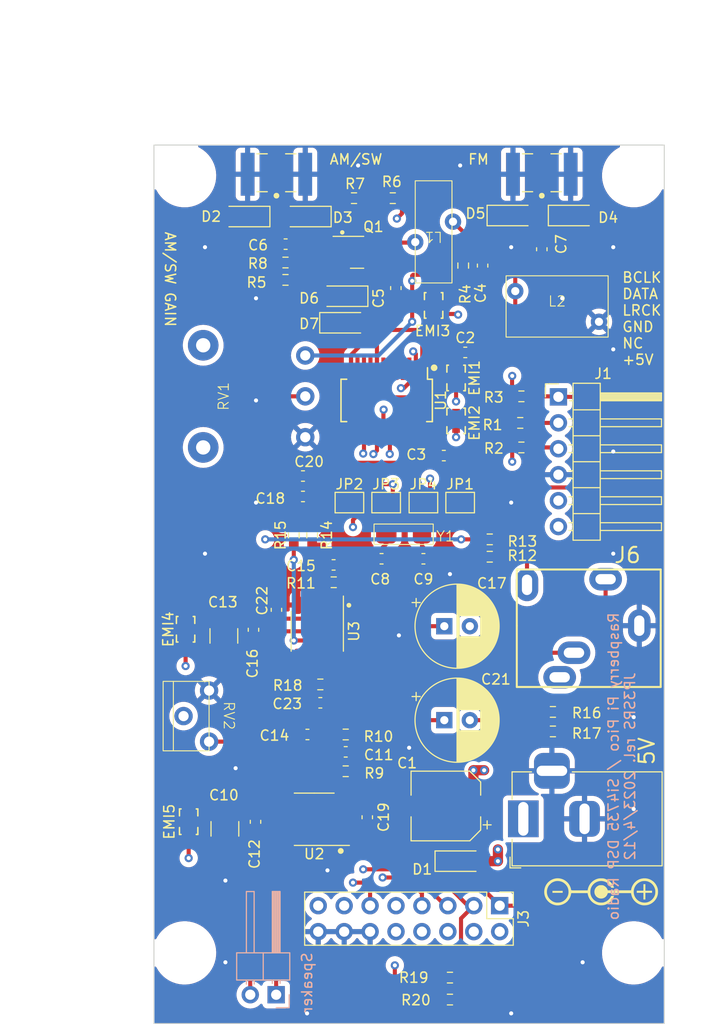
<source format=kicad_pcb>
(kicad_pcb (version 20221018) (generator pcbnew)
  (layers (0 "F.Cu" signal) (1 "In1.Cu" signal) (2 "In2.Cu" signal) (31 "B.Cu" signal) (34 "B.Paste" user) (35 "F.Paste" user) (36 "B.SilkS" user "B.Silkscreen") (37 "F.SilkS" user "F.Silkscreen") (38 "B.Mask" user) (39 "F.Mask" user) (44 "Edge.Cuts" user))
  (net 0 "")
  (net 1 "VSYS")
  (net 2 "GND")
  (net 3 "3V3")
  (net 4 "Net-(U1-DBYP)")
  (net 5 "Net-(C4-Pad2)")
  (net 6 "Net-(D6-K)")
  (net 7 "Net-(Q1-D)")
  (net 8 "Net-(Q1-G1)")
  (net 9 "Net-(D2-K)")
  (net 10 "Net-(U1-FMI)")
  (net 11 "Net-(D4-K)")
  (net 12 "Net-(JP3-A)")
  (net 13 "Net-(JP4-A)")
  (net 14 "Net-(U2-IN)")
  (net 15 "Net-(U2-VO+)")
  (net 16 "Net-(U1-VD)")
  (net 17 "Net-(C14-Pad1)")
  (net 18 "Net-(C14-Pad2)")
  (net 19 "Net-(U3-IN1-)")
  (net 20 "Net-(U3-VO1)")
  (net 21 "Net-(C17-Pad2)")
  (net 22 "LOUT")
  (net 23 "Net-(C18-Pad2)")
  (net 24 "Net-(U2-BYPASS)")
  (net 25 "ROUT")
  (net 26 "Net-(C20-Pad2)")
  (net 27 "Net-(U3-VO2)")
  (net 28 "Net-(C21-Pad2)")
  (net 29 "Net-(U3-BYPASS)")
  (net 30 "Net-(U3-IN2-)")
  (net 31 "Net-(D1-A)")
  (net 32 "Net-(EMI3-Pad3)")
  (net 33 "Net-(J1-Pin_1)")
  (net 34 "Net-(J1-Pin_2)")
  (net 35 "Net-(J1-Pin_3)")
  (net 37 "/GP27")
  (net 38 "/GP28")
  (net 39 "/GP26")
  (net 40 "/GP22")
  (net 41 "/GP21")
  (net 42 "/GP20")
  (net 43 "/GP6")
  (net 44 "/GP5")
  (net 45 "/GP4")
  (net 46 "Net-(J6-PadRN)")
  (net 47 "Net-(J6-PadTN)")
  (net 48 "Net-(JP1-A)")
  (net 49 "Net-(JP2-A)")
  (net 50 "Net-(U2-VO-)")
  (net 51 "Net-(Q1-G2)")
  (net 52 "Net-(U1-DOUT)")
  (net 53 "Net-(R5-Pad1)")
  (net 54 "Net-(R12-Pad2)")
  (net 61 "Net-(U1-VA)")
  (net 62 "Net-(U2-VDD)")
  (net 63 "Net-(U3-VDD)")
  (footprint "Capacitor_SMD:C_0603_1608Metric_Pad1.08x0.95mm_HandSolder" (layer "F.Cu") (at 125 102.5 90)
    (fp_text reference "C22")
    (fp_text value "1uF")
  )
  (footprint "Capacitor_SMD:C_0603_1608Metric_Pad1.08x0.95mm_HandSolder" (layer "F.Cu") (at 122.75 104.45 90)
    (fp_text reference "C16")
    (fp_text value "0.1uF")
  )
  (footprint "_localFootprint:SSOP-24_3.9x8.7mm_P0.635mm" (layer "F.Cu") (at 135.8 82 -90)
    (fp_text reference "U1")
    (fp_text value "Si4735-D60-GU")
  )
  (footprint "_localFootprint:YFF18PC" (layer "F.Cu") (at 116.1 104.4 90)
    (fp_text reference "EMI4")
    (fp_text value "4.7uF/6.3V")
  )
  (footprint "Resistor_SMD:R_0603_1608Metric_Pad0.98x0.95mm_HandSolder" (layer "F.Cu") (at 128.5 95.2 -90)
    (fp_text reference "R14")
    (fp_text value "10k")
  )
  (footprint "_localFootprint:YFF18PC" (layer "F.Cu") (at 142.6 84 90)
    (fp_text reference "EMI2")
    (fp_text value "4.7uF/6.3V")
  )
  (footprint "Diode_SMD:D_SOD-123" (layer "F.Cu") (at 142.9 127.1)
    (fp_text reference "D1")
    (fp_text value "1N5819HW")
  )
  (footprint "Package_SO:SO-8_3.9x4.9mm_P1.27mm" (layer "F.Cu") (at 129 104.6 -90)
    (fp_text reference "U3")
    (fp_text value "TPA6111A2DR")
  )
  (footprint "Capacitor_SMD:C_0603_1608Metric_Pad1.08x0.95mm_HandSolder" (layer "F.Cu") (at 151 67.2 90)
    (fp_text reference "C7")
    (fp_text value "1000pF")
  )
  (footprint "Capacitor_SMD:C_1210_3225Metric_Pad1.33x2.70mm_HandSolder" (layer "F.Cu") (at 119.95 123.9375 90)
    (fp_text reference "C10")
    (fp_text value "47uF")
  )
  (footprint "Diode_SMD:D_SOD-123" (layer "F.Cu") (at 128 64 180)
    (fp_text reference "D3")
    (fp_text value "1N4148W")
  )
  (footprint "Capacitor_SMD:C_0603_1608Metric_Pad1.08x0.95mm_HandSolder" (layer "F.Cu") (at 127.6 91.4 180)
    (fp_text reference "C18")
    (fp_text value "1uF")
  )
  (footprint "_localFootprint:MountingHole_3.2mm_M3" (layer "F.Cu") (at 116 136.08)
    (fp_text reference "H4" hide)
    (fp_text value "MountingHole")
  )
  (footprint "_localFootprint:MountingHole_3.2mm_M3" (layer "F.Cu") (at 116 60)
    (fp_text reference "H2" hide)
    (fp_text value "MountingHole")
  )
  (footprint "Resistor_SMD:R_0603_1608Metric_Pad0.98x0.95mm_HandSolder" (layer "F.Cu") (at 149 86.6)
    (fp_text reference "R2")
    (fp_text value "2k")
  )
  (footprint "_localFootprint:MountingHole_3.2mm_M3" (layer "F.Cu") (at 160 136.08)
    (fp_text reference "H3" hide)
    (fp_text value "MountingHole")
  )
  (footprint "Jumper:SolderJumper-2_P1.3mm_Open_Pad1.0x1.5mm" (layer "F.Cu") (at 135.75 92)
    (fp_text reference "JP3")
    (fp_text value "XTAL")
  )
  (footprint "Capacitor_SMD:C_0603_1608Metric_Pad1.08x0.95mm_HandSolder" (layer "F.Cu") (at 135.3 97.5)
    (fp_text reference "C8")
    (fp_text value "12pF")
  )
  (footprint "Connector_PinHeader_2.54mm:PinHeader_2x08_P2.54mm_Vertical" (layer "F.Cu") (at 146.875 131.46 -90)
    (fp_text reference "J3")
    (fp_text value "Conn_02x08_Odd_Even")
  )
  (footprint "Capacitor_SMD:C_0603_1608Metric_Pad1.08x0.95mm_HandSolder" (layer "F.Cu") (at 129.3 111.6)
    (fp_text reference "C23")
    (fp_text value "10p")
  )
  (footprint "Resistor_SMD:R_0603_1608Metric_Pad0.98x0.95mm_HandSolder" (layer "F.Cu") (at 142 140.65)
    (fp_text reference "R20")
    (fp_text value "10k")
  )
  (footprint "Resistor_SMD:R_0603_1608Metric_Pad0.98x0.95mm_HandSolder" (layer "F.Cu") (at 145.9 95.6 180)
    (fp_text reference "R13")
    (fp_text value "1k")
  )
  (footprint "Diode_SMD:D_SOD-123" (layer "F.Cu") (at 148 63.9)
    (fp_text reference "D5")
    (fp_text value "1N4148W")
  )
  (footprint "Resistor_SMD:R_0603_1608Metric_Pad0.98x0.95mm_HandSolder" (layer "F.Cu") (at 152.0875 112.49)
    (fp_text reference "R16")
    (fp_text value "100k")
  )
  (footprint "_localFootprint:MJ-179PH" (layer "F.Cu") (at 162.7875 123.0075 180)
    (fp_text reference "J2" hide)
    (fp_text value "5V")
  )
  (footprint "Capacitor_SMD:C_0603_1608Metric_Pad1.08x0.95mm_HandSolder" (layer "F.Cu") (at 141.4 87.4 180)
    (fp_text reference "C3")
    (fp_text value "0.022uF")
  )
  (footprint "_localFootprint:3306W" (layer "F.Cu") (at 118.4 112.9 -90)
    (fp_text reference "RV2")
    (fp_text value "10k")
  )
  (footprint "Capacitor_SMD:C_0603_1608Metric_Pad1.08x0.95mm_HandSolder" (layer "F.Cu") (at 136.7 71 90)
    (fp_text reference "C5")
    (fp_text value "0.47uF")
  )
  (footprint "_localFootprint:L2" (layer "F.Cu") (at 152.5 72.8)
    (fp_text reference "L2")
    (fp_text value "270nH")
  )
  (footprint "Diode_SMD:D_SOD-123" (layer "F.Cu") (at 154 63.9)
    (fp_text reference "D4")
    (fp_text value "1N4148W")
  )
  (footprint "Capacitor_SMD:C_0603_1608Metric_Pad1.08x0.95mm_HandSolder" (layer "F.Cu") (at 130.6 98.1)
    (fp_text reference "C15")
    (fp_text value "10p")
  )
  (footprint "_localFootprint:centerPlus" (layer "F.Cu") (at 156.9 130.2)
    (fp_text reference "G***")
    (fp_text value "LOGO" hide)
  )
  (footprint "Connector_PinHeader_2.54mm:PinHeader_1x06_P2.54mm_Horizontal" (layer "F.Cu") (at 152.625 81.65)
    (fp_text reference "J1")
    (fp_text value "I2SOUT")
  )
  (footprint "Jumper:SolderJumper-2_P1.3mm_Open_Pad1.0x1.5mm" (layer "F.Cu") (at 139.4 92)
    (fp_text reference "JP4")
    (fp_text value "XTAL")
  )
  (footprint "Capacitor_SMD:C_0603_1608Metric_Pad1.08x0.95mm_HandSolder" (layer "F.Cu") (at 145.2 68.8 90)
    (fp_text reference "C4")
    (fp_text value "0.01uF")
  )
  (footprint "Capacitor_SMD:CP_Elec_6.3x7.7" (layer "F.Cu") (at 141.6 121.7 180)
    (fp_text reference "C1")
    (fp_text value "100uF/25V")
  )
  (footprint "Capacitor_THT:CP_Radial_D8.0mm_P2.50mm" (layer "F.Cu") (at 141.447349 104.1)
    (fp_text reference "C17")
    (fp_text value "330uF/6.3V")
  )
  (footprint "Resistor_SMD:R_0603_1608Metric_Pad0.98x0.95mm_HandSolder" (layer "F.Cu") (at 136.4 62.2 180)
    (fp_text reference "R6")
    (fp_text value "91k")
  )
  (footprint "Diode_SMD:D_SOD-123" (layer "F.Cu") (at 131.6 74.4)
    (fp_text reference "D7")
    (fp_text value "1N4148W")
  )
  (footprint "_localFootprint:SMA-J-P-H-ST-EM1" (layer "F.Cu") (at 125 59.6575 180)
    (fp_text reference "J4" hide)
    (fp_text value "AM/SW")
  )
  (footprint "Resistor_SMD:R_0603_1608Metric_Pad0.98x0.95mm_HandSolder" (layer "F.Cu") (at 126.7 95.2 -90)
    (fp_text reference "R15")
    (fp_text value "10k")
  )
  (footprint "_localFootprint:RV100F" (layer "F.Cu") (at 120.325 81.6 90)
    (fp_text reference "RV1")
    (fp_text value "10k")
  )
  (footprint "_localFootprint:YFF18PC" (layer "F.Cu") (at 142.6 79.8 90)
    (fp_text reference "EMI1")
    (fp_text value "4.7uF/6.3V")
  )
  (footprint "Resistor_SMD:R_0603_1608Metric_Pad0.98x0.95mm_HandSolder" (layer "F.Cu") (at 131.7875 114.7)
    (fp_text reference "R10")
    (fp_text value "10k")
  )
  (footprint "Capacitor_SMD:C_0603_1608Metric_Pad1.08x0.95mm_HandSolder" (layer "F.Cu") (at 131.7875 116.4 180)
    (fp_text reference "C11")
    (fp_text value "10p")
  )
  (footprint "Capacitor_SMD:C_1210_3225Metric_Pad1.33x2.70mm_HandSolder" (layer "F.Cu") (at 119.85 105.05 90)
    (fp_text reference "C13")
    (fp_text value "47uF")
  )
  (footprint "Capacitor_THT:CP_Radial_D8.0mm_P2.50mm" (layer "F.Cu") (at 141.447349 113.3)
    (fp_text reference "C21")
    (fp_text value "330uF/6.3V")
  )
  (footprint "Resistor_SMD:R_0603_1608Metric_Pad0.98x0.95mm_HandSolder" (layer "F.Cu") (at 125.8875 68.5 180)
    (fp_text reference "R8")
    (fp_text value "100k")
  )
  (footprint "Diode_SMD:D_SOD-123" (layer "F.Cu") (at 131.6 71.8 180)
    (fp_text reference "D6")
    (fp_text value "1N4148W")
  )
  (footprint "_localFootprint:FT37" (layer "F.Cu") (at 140.4 65.5 180)
    (fp_text reference "L1")
    (fp_text value "FT37-77 12T")
  )
  (footprint "Resistor_SMD:R_0603_1608Metric_Pad0.98x0.95mm_HandSolder" (layer "F.Cu") (at 149 81.6)
    (fp_text reference "R3")
    (fp_text value "2k")
  )
  (footprint "Capacitor_SMD:C_0603_1608Metric_Pad1.08x0.95mm_HandSolder" (layer "F.Cu") (at 125.9 66.7 180)
    (fp_text reference "C6")
    (fp_text value "0.01uF")
  )
  (footprint "Capacitor_SMD:C_0603_1608Metric_Pad1.08x0.95mm_HandSolder" (layer "F.Cu") (at 128.0375 114.7)
    (fp_text reference "C14")
    (fp_text value "1uF")
  )
  (footprint "Diode_SMD:D_SOD-123" (layer "F.Cu") (at 122 64 180)
    (fp_text reference "D2")
    (fp_text value "1N4148W")
  )
  (footprint "_localFootprint:FC-135" (layer "F.Cu") (at 137.5625 95.1)
    (fp_text reference "Y1")
    (fp_text value "32.768kHz")
  )
  (footprint "Capacitor_SMD:C_0603_1608Metric_Pad1.08x0.95mm_HandSolder" (layer "F.Cu") (at 139.4 97.5 180)
    (fp_text reference "C9")
    (fp_text value "12pF")
  )
  (footprint "Resistor_SMD:R_0603_1608Metric_Pad0.98x0.95mm_HandSolder" (layer "F.Cu") (at 131.7875 118.3)
    (fp_text reference "R9")
    (fp_text value "47k")
  )
  (footprint "Resistor_SMD:R_0603_1608Metric_Pad0.98x0.95mm_HandSolder" (layer "F.Cu") (at 130.6125 99.8)
    (fp_text reference "R11")
    (fp_text value "33k")
  )
  (footprint "Capacitor_SMD:C_0603_1608Metric_Pad1.08x0.95mm_HandSolder" (layer "F.Cu") (at 122.95 123.25 90)
    (fp_text reference "C12")
    (fp_text value "0.1uF")
  )
  (footprint "Resistor_SMD:R_0603_1608Metric_Pad0.98x0.95mm_HandSolder" (layer "F.Cu") (at 143.3 68.8 90)
    (fp_text reference "R4")
    (fp_text value "10")
  )
  (footprint "_localFootprint:MountingHole_3.2mm_M3" (layer "F.Cu") (at 160 60)
    (fp_text reference "H1" hide)
    (fp_text value "MountingHole")
  )
  (footprint "Resistor_SMD:R_0603_1608Metric_Pad0.98x0.95mm_HandSolder" (layer "F.Cu") (at 132.6 62.2 180)
    (fp_text reference "R7")
    (fp_text value "39k")
  )
  (footprint "_localFootprint:SOT-143_Handsoldering" (layer "F.Cu") (at 132.9 67.5)
    (fp_text reference "Q1")
    (fp_text value "3SK291")
  )
  (footprint "Capacitor_SMD:C_0603_1608Metric_Pad1.08x0.95mm_HandSolder" (layer "F.Cu") (at 133.9 122.8 90)
    (fp_text reference "C19")
    (fp_text value "2.2uF")
  )
  (footprint "_localFootprint:YFF18PC" (layer "F.Cu") (at 140.4 72.7 90)
    (fp_text reference "EMI3")
    (fp_text value "4.7uF/6.3V")
  )
  (footprint "Resistor_SMD:R_0603_1608Metric_Pad0.98x0.95mm_HandSolder" (layer "F.Cu") (at 145.9 97.3 180)
    (fp_text reference "R12")
    (fp_text value "1k")
  )
  (footprint "_localFootprint:MJ-352W-0" (layer "F.Cu") (at 162.65 104.05 180)
    (fp_text reference "J6")
    (fp_text value "Phone OUT")
  )
  (footprint "Jumper:SolderJumper-2_P1.3mm_Open_Pad1.0x1.5mm" (layer "F.Cu") (at 143 92)
    (fp_text reference "JP1")
    (fp_text value "BCLK")
  )
  (footprint "Resistor_SMD:R_0603_1608Metric_Pad0.98x0.95mm_HandSolder" (layer "F.Cu") (at 148.8875 84.2)
    (fp_text reference "R1")
    (fp_text value "620")
  )
  (footprint "Package_SO:SO-8_3.9x4.9mm_P1.27mm" (layer "F.Cu") (at 128.7 123 180)
    (fp_text reference "U2")
    (fp_text value "TPA711DR")
  )
  (footprint "_localFootprint:SMA-J-P-H-ST-EM1" (layer "F.Cu") (at 151 59.6575 180)
    (fp_text reference "J5" hide)
    (fp_text value "FM")
  )
  (footprint "Capacitor_SMD:C_0603_1608Metric_Pad1.08x0.95mm_HandSolder" (layer "F.Cu") (at 143.5 77.3)
    (fp_text reference "C2")
    (fp_text value "0.1uF")
  )
  (footprint "Resistor_SMD:R_0603_1608Metric_Pad0.98x0.95mm_HandSolder" (layer "F.Cu") (at 125.8875 70.2)
    (fp_text reference "R5")
    (fp_text value "22k")
  )
  (footprint "Resistor_SMD:R_0603_1608Metric_Pad0.98x0.95mm_HandSolder" (layer "F.Cu") (at 142 138.5)
    (fp_text reference "R19")
    (fp_text value "10k")
  )
  (footprint "Resistor_SMD:R_0603_1608Metric_Pad0.98x0.95mm_HandSolder" (layer "F.Cu") (at 152.0875 114.4)
    (fp_text reference "R17")
    (fp_text value "100k")
  )
  (footprint "Jumper:SolderJumper-2_P1.3mm_Open_Pad1.0x1.5mm" (layer "F.Cu") (at 132.15 92)
    (fp_text reference "JP2")
    (fp_text value "RCLK")
  )
  (footprint "Capacitor_SMD:C_0603_1608Metric_Pad1.08x0.95mm_HandSolder" (layer "F.Cu") (at 127.6 89.4 180)
    (fp_text reference "C20")
    (fp_text value "1uF")
  )
  (footprint "_localFootprint:YFF18PC" (layer "F.Cu") (at 116.4 123.2375 -90)
    (fp_text reference "EMI5")
    (fp_text value "4.7uF/6.3V")
  )
  (footprint "Resistor_SMD:R_0603_1608Metric_Pad0.98x0.95mm_HandSolder" (layer "F.Cu") (at 129.3 109.8 180)
    (fp_text reference "R18")
    (fp_text value "33k")
  )
  (footprint "Connector_PinHeader_2.54mm:PinHeader_1x02_P2.54mm_Horizontal" (layer "B.Cu") (at 124.975 140.175 90)
    (fp_text reference "LS1")
    (fp_text value "Speaker")
  )
  (gr_circle (center 131.45 65.55) (end 131.591421 65.55) (stroke (width 0.15)) (fill solid) (layer "F.SilkS"))
  (gr_circle (center 131.3 126.1) (end 131.512132 126.1) (stroke (width 0.15)) (fill solid) (layer "F.SilkS"))
  (gr_circle (center 140.45 78.8) (end 140.7 78.8) (stroke (width 0.15)) (fill solid) (layer "F.SilkS"))
  (gr_circle (center 132.1 102.05) (end 132.258114 102.05) (stroke (width 0.15)) (fill solid) (layer "F.SilkS"))
  (gr_rect (start 113 57) (end 163 143) (stroke (width 0.1)) (fill none) (layer "Edge.Cuts"))
  (gr_text "Raspberry Pi Pico / Si4735 DSP Radio\nJP3SRS rel. 2023/4/12" (at 160.225 117.825 90) (layer "B.SilkS") (effects (font (size 1 1)) (justify bottom mirror)))
  (gr_text "BCLK\nDATA\nLRCK\nGND\nNC\n+5V" (at 158.8 78.6) (layer "F.SilkS") (effects (font (size 1 1)) (justify left bottom)))
  (gr_text "AM/SW GAIN" (at 114 65.4 -90) (layer "F.SilkS") (effects (font (size 1 1)) (justify left bottom)))
  (segment (start 116.4 124.0745) (end 116.4 126.8) (width 0.4) (layer "F.Cu") (net 1))
  (segment (start 142.6 84.837) (end 142.6 85.6) (width 0.4) (layer "F.Cu") (net 1))
  (segment (start 141.3 124.4) (end 141.3 127.05) (width 1) (layer "F.Cu") (net 1))
  (segment (start 140.4 73.537) (end 142.737 73.537) (width 0.4) (layer "F.Cu") (net 1))
  (segment (start 144.3 121.7) (end 144.3 124.4) (width 1) (layer "F.Cu") (net 1))
  (segment (start 144.3 118.2) (end 145.35 118.2) (width 1) (layer "F.Cu") (net 1))
  (segment (start 144.3 121.7) (end 144.3 118.2) (width 1) (layer "F.Cu") (net 1))
  (segment (start 116.1 105.237) (end 116.1 108) (width 0.4) (layer "F.Cu") (net 1))
  (segment (start 142.737 73.537) (end 142.8 73.6) (width 0.4) (layer "F.Cu") (net 1))
  (segment (start 141.3 127.05) (end 141.25 127.1) (width 1) (layer "F.Cu") (net 1))
  (segment (start 144.3 124.4) (end 141.3 124.4) (width 1) (layer "F.Cu") (net 1))
  (via (at 116.1 108) (size 0.8) (drill 0.4) (layers "F.Cu" "B.Cu") (net 1))
  (via (at 142.6 85.6) (size 0.8) (drill 0.4) (layers "F.Cu" "B.Cu") (net 1))
  (via (at 116.4 126.8) (size 0.8) (drill 0.4) (layers "F.Cu" "B.Cu") (net 1))
  (via (at 142.8 73.6) (size 0.8) (drill 0.4) (layers "F.Cu" "B.Cu") (net 1))
  (via (at 145.35 118.2) (size 0.8) (drill 0.4) (layers "F.Cu" "B.Cu") (net 1))
  (via (at 144.3 118.2) (size 0.8) (drill 0.4) (layers "F.Cu" "B.Cu") (net 1))
  (segment (start 142.6 79.8) (end 144.3625 79.8) (width 0.4) (layer "F.Cu") (net 2))
  (segment (start 124.3875 124.1125) (end 122.95 124.1125) (width 0.4) (layer "F.Cu") (net 2))
  (segment (start 134.2125 79.4) (end 134.2125 81.1875) (width 0.4) (layer "F.Cu") (net 2))
  (segment (start 126.125 123.635) (end 124.865 123.635) (width 0.4) (layer "F.Cu") (net 2))
  (segment (start 144.35 84) (end 142.6 84) (width 0.4) (layer "F.Cu") (net 2))
  (segment (start 144.3625 83.9875) (end 144.35 84) (width 0.4) (layer "F.Cu") (net 2))
  (segment (start 132.3075 84.6) (end 132.3075 83.0925) (width 0.4) (layer "F.Cu") (net 2))
  (segment (start 140.4 72.7) (end 141.55 72.7) (width 0.4) (layer "F.Cu") (net 2))
  (segment (start 134.2125 81.1875) (end 132.9425 82.4575) (width 0.4) (layer "F.Cu") (net 2))
  (segment (start 144.3625 77.3) (end 144.3625 79.8) (width 0.4) (layer "F.Cu") (net 2))
  (segment (start 144.3625 79.8) (end 144.3625 83.9875) (width 0.4) (layer "F.Cu") (net 2))
  (segment (start 124.975 68.5) (end 122.35 68.5) (width 0.4) (layer "F.Cu") (net 2))
  (segment (start 132.9425 82.4575) (end 132.9425 84.6) (width 0.4) (layer "F.Cu") (net 2))
  (segment (start 132.3075 83.0925) (end 132.9425 82.4575) (width 0.4) (layer "F.Cu") (net 2))
  (segment (start 124.865 123.635) (end 124.3875 124.1125) (width 0.4) (layer "F.Cu") (net 2))
  (segment (start 141.55 72.7) (end 142.2 72.05) (width 0.4) (layer "F.Cu") (net 2))
  (via (at 148 142) (size 0.8) (drill 0.4) (layers "F.Cu" "B.Cu") (net 2))
  (via (at 143 59) (size 0.8) (drill 0.4) (layers "F.Cu" "B.Cu") (net 2))
  (via (at 128 142) (size 0.8) (drill 0.4) (layers "F.Cu" "B.Cu") (net 2))
  (via (at 160 113) (size 0.8) (drill 0.4) (layers "F.Cu" "B.Cu") (net 2))
  (via (at 118 67) (size 0.8) (drill 0.4) (layers "F.Cu" "B.Cu") (net 2))
  (via (at 138 116) (size 0.8) (drill 0.4) (layers "F.Cu" "B.Cu") (net 2))
  (via (at 121 118) (size 0.8) (drill 0.4) (layers "F.Cu" "B.Cu") (net 2))
  (via (at 123 72) (size 0.8) (drill 0.4) (layers "F.Cu" "B.Cu") (net 2))
  (via (at 137 105) (size 0.8) (drill 0.4) (layers "F.Cu" "B.Cu") (net 2))
  (via (at 133 59) (size 0.8) (drill 0.4) (layers "F.Cu" "B.Cu") (net 2))
  (via (at 148 67) (size 0.8) (drill 0.4) (layers "F.Cu" "B.Cu") (net 2))
  (via (at 158 67) (size 0.8) (drill 0.4) (layers "F.Cu" "B.Cu") (net 2))
  (via (at 118 97) (size 0.8) (drill 0.4) (layers "F.Cu" "B.Cu") (net 2))
  (via (at 123 92) (size 0.8) (drill 0.4) (layers "F.Cu" "B.Cu") (net 2))
  (via (at 160 122) (size 0.8) (drill 0.4) (layers "F.Cu" "B.Cu") (net 2))
  (via (at 148 92) (size 0.8) (drill 0.4) (layers "F.Cu" "B.Cu") (net 2))
  (via (at 155 137) (size 0.8) (drill 0.4) (layers "F.Cu" "B.Cu") (net 2))
  (via (at 130 128) (size 0.8) (drill 0.4) (layers "F.Cu" "B.Cu") (net 2))
  (via (at 158 97) (size 0.8) (drill 0.4) (layers "F.Cu" "B.Cu") (net 2))
  (via (at 120 129) (size 0.8) (drill 0.4) (layers "F.Cu" "B.Cu") (net 2))
  (via (at 158 77) (size 0.8) (drill 0.4) (layers "F.Cu" "B.Cu") (net 2))
  (via (at 153 72) (size 0.8) (drill 0.4) (layers "F.Cu" "B.Cu") (net 2))
  (via (at 158 87) (size 0.8) (drill 0.4) (layers "F.Cu" "B.Cu") (net 2))
  (via (at 142 99) (size 0.8) (drill 0.4) (layers "F.Cu" "B.Cu") (net 2))
  (via (at 120 137) (size 0.8) (drill 0.4) (layers "F.Cu" "B.Cu") (net 2))
  (via (at 123 82) (size 0.8) (drill 0.4) (layers "F.Cu" "B.Cu") (net 2))
  (segment (start 141.0875 140.65) (end 136.6 140.65) (width 0.4) (layer "F.Cu") (net 3))
  (segment (start 136.6 140.65) (end 136.6 138.5) (width 0.4) (layer "F.Cu") (net 3))
  (segment (start 136.6 138.5) (end 136.6 137.3) (width 0.4) (layer "F.Cu") (net 3))
  (segment (start 142.6 80.637) (end 142.6 82.1) (width 0.4) (layer "F.Cu") (net 3))
  (segment (start 141.0875 138.5) (end 136.6 138.5) (width 0.4) (layer "F.Cu") (net 3))
  (via (at 142.6 82.1) (size 0.8) (drill 0.4) (layers "F.Cu" "B.Cu") (net 3))
  (via (at 136.6 137.3) (size 0.8) (drill 0.4) (layers "F.Cu" "B.Cu") (net 3))
  (segment (start 138.0225 83.4775) (end 138.2 83.3) (width 0.4) (layer "F.Cu") (net 4))
  (segment (start 140.4 83.3) (end 140.55 83.45) (width 0.4) (layer "F.Cu") (net 4))
  (segment (start 138.0225 84.6) (end 138.0225 83.4775) (width 0.4) (layer "F.Cu") (net 4))
  (segment (start 138.2 83.3) (end 140.4 83.3) (width 0.4) (layer "F.Cu") (net 4))
  (segment (start 140.55 83.45) (end 140.55 87.3875) (width 0.4) (layer "F.Cu") (net 4))
  (segment (start 140.55 87.3875) (end 140.5375 87.4) (width 0.4) (layer "F.Cu") (net 4))
  (segment (start 143.3 65.5) (end 142.3 64.5) (width 0.4) (layer "F.Cu") (net 5))
  (segment (start 145.15 67.8875) (end 145.2 67.9375) (width 0.4) (layer "F.Cu") (net 5))
  (segment (start 143.3 67.8875) (end 145.15 67.8875) (width 0.4) (layer "F.Cu") (net 5))
  (segment (start 143.3 67.8875) (end 143.3 65.5) (width 0.4) (layer "F.Cu") (net 5))
  (segment (start 132.3075 79.4) (end 132.3075 77.5425) (width 0.4) (layer "F.Cu") (net 6))
  (segment (start 132.3075 77.5425) (end 133.25 76.6) (width 0.4) (layer "F.Cu") (net 6))
  (segment (start 133.25 71.8) (end 136.6375 71.8) (width 0.4) (layer "F.Cu") (net 6))
  (segment (start 136.6375 71.8) (end 136.7 71.8625) (width 0.4) (layer "F.Cu") (net 6))
  (segment (start 133.25 76.6) (end 133.25 74.4) (width 0.4) (layer "F.Cu") (net 6))
  (segment (start 133.25 71.8) (end 133.25 74.4) (width 0.4) (layer "F.Cu") (net 6))
  (segment (start 136.7 68.45) (end 136.7 66.55) (width 0.4) (layer "F.Cu") (net 7))
  (segment (start 134.4 68.45) (end 136.7 68.45) (width 0.4) (layer "F.Cu") (net 7))
  (segment (start 136.7 66.55) (end 138.55 66.55) (width 0.4) (layer "F.Cu") (net 7))
  (segment (start 138.55 66.55) (end 138.6 66.5) (width 0.4) (layer "F.Cu") (net 7))
  (segment (start 136.7 70.1375) (end 136.7 68.45) (width 0.4) (layer "F.Cu") (net 7))
  (segment (start 131.4 66.55) (end 129.4 66.55) (width 0.4) (layer "F.Cu") (net 8))
  (segment (start 131.4 66.55) (end 131.4 65.4) (width 0.4) (layer "F.Cu") (net 8))
  (segment (start 126.7625 66.7) (end 129.25 66.7) (width 0.4) (layer "F.Cu") (net 8))
  (segment (start 133.5125 62.2) (end 133.5125 63.2875) (width 0.4) (layer "F.Cu") (net 8))
  (segment (start 133.5125 63.2875) (end 131.4 65.4) (width 0.4) (layer "F.Cu") (net 8))
  (segment (start 135.4875 62.2) (end 133.5125 62.2) (width 0.4) (layer "F.Cu") (net 8))
  (segment (start 129.25 66.7) (end 129.4 66.55) (width 0.4) (layer "F.Cu") (net 8))
  (segment (start 125 64) (end 123.65 64) (width 0.4) (layer "F.Cu") (net 9))
  (segment (start 125 64) (end 125 66.6625) (width 0.4) (layer "F.Cu") (net 9))
  (segment (start 126.35 64) (end 125 64) (width 0.4) (layer "F.Cu") (net 9))
  (segment (start 125 66.6625) (end 125.0375 66.7) (width 0.4) (layer "F.Cu") (net 9))
  (segment (start 125 59.6575) (end 125 64) (width 0.4) (layer "F.Cu") (net 9))
  (segment (start 148.4 68.1) (end 150.9625 68.1) (width 0.4) (layer "F.Cu") (net 10))
  (segment (start 134.9 75.1) (end 148.4 75.1) (width 0.4) (layer "F.Cu") (net 10))
  (segment (start 150.9625 68.1) (end 151 68.0625) (width 0.4) (layer "F.Cu") (net 10))
  (segment (start 148.4 71.3) (end 148.4 68.1) (width 0.4) (layer "F.Cu") (net 10))
  (segment (start 134.8475 79.4) (end 134.8475 75.1525) (width 0.4) (layer "F.Cu") (net 10))
  (segment (start 148.4 75.1) (end 148.4 71.3) (width 0.4) (layer "F.Cu") (net 10))
  (segment (start 134.8475 75.1525) (end 134.9 75.1) (width 0.4) (layer "F.Cu") (net 10))
  (segment (start 151 63.9) (end 152.35 63.9) (width 0.4) (layer "F.Cu") (net 11))
  (segment (start 151 59.6575) (end 151 63.9) (width 0.4) (layer "F.Cu") (net 11))
  (segment (start 151 63.9) (end 151 66.3375) (width 0.4) (layer "F.Cu") (net 11))
  (segment (start 149.65 63.9) (end 151 63.9) (width 0.4) (layer "F.Cu") (net 11))
  (segment (start 134.4375 97.3625) (end 135.7625 96.0375) (width 0.4) (layer "F.Cu") (net 12))
  (segment (start 134.4375 97.5) (end 134.4375 97.3625) (width 0.4) (layer "F.Cu") (net 12))
  (segment (start 135.1 93.6) (end 135.1 92) (width 0.4) (layer "F.Cu") (net 12))
  (segment (start 135.7625 95.1) (end 135.7625 94.2625) (width 0.4) (layer "F.Cu") (net 12))
  (segment (start 135.7625 94.2625) (end 135.1 93.6) (width 0.4) (layer "F.Cu") (net 12))
  (segment (start 135.7625 96.0375) (end 135.7625 95.1) (width 0.4) (layer "F.Cu") (net 12))
  (segment (start 140.2625 97.5) (end 140.2625 97.2625) (width 0.4) (layer "F.Cu") (net 13))
  (segment (start 139.2625 94.0625) (end 138.75 93.55) (width 0.4) (layer "F.Cu") (net 13))
  (segment (start 139.2625 95.1) (end 139.2625 94.0625) (width 0.4) (layer "F.Cu") (net 13))
  (segment (start 138.75 93.55) (end 138.75 92) (width 0.4) (layer "F.Cu") (net 13))
  (segment (start 140.2625 97.2625) (end 139.2625 96.2625) (width 0.4) (layer "F.Cu") (net 13))
  (segment (start 139.2625 96.2625) (end 139.2625 95.1) (width 0.4) (layer "F.Cu") (net 13))
  (segment (start 132.65 118.25) (end 132.7 118.3) (width 0.4) (layer "F.Cu") (net 14))
  (segment (start 132.7 116.35) (end 132.65 116.4) (width 0.4) (layer "F.Cu") (net 14))
  (segment (start 132.495 121.095) (end 131.275 121.095) (width 0.4) (layer "F.Cu") (net 14))
  (segment (start 132.6 121.2) (end 132.495 121.095) (width 0.4) (layer "F.Cu") (net 14))
  (segment (start 132.65 116.4) (end 132.65 118.25) (width 0.4) (layer "F.Cu") (net 14))
  (segment (start 132.7 121.1) (end 132.6 121.2) (width 0.4) (layer "F.Cu") (net 14))
  (segment (start 132.7 118.3) (end 132.7 121.1) (width 0.4) (layer "F.Cu") (net 14))
  (segment (start 132.7 114.7) (end 132.7 116.35) (width 0.4) (layer "F.Cu") (net 14))
  (segment (start 130.875 116.45) (end 130.925 116.4) (width 0.4) (layer "F.Cu") (net 15))
  (segment (start 130.875 118.3) (end 130.875 116.45) (width 0.4) (layer "F.Cu") (net 15))
  (segment (start 126.125 121.095) (end 127.795 121.095) (width 0.4) (layer "F.Cu") (net 15))
  (segment (start 125.3 126) (end 124.975 126.325) (width 0.4) (layer "F.Cu") (net 15))
  (segment (start 127.8 118.3) (end 127.8 121.1) (width 0.4) (layer "F.Cu") (net 15))
  (segment (start 127.795 121.095) (end 127.8 121.1) (width 0.4) (layer "F.Cu") (net 15))
  (segment (start 130.875 118.3) (end 127.8 118.3) (width 0.4) (layer "F.Cu") (net 15))
  (segment (start 127.8 126) (end 125.3 126) (width 0.4) (layer "F.Cu") (net 15))
  (segment (start 124.975 126.325) (end 124.975 140.175) (width 0.4) (layer "F.Cu") (net 15))
  (segment (start 127.8 121.1) (end 127.8 126) (width 0.4) (layer "F.Cu") (net 15))
  (segment (start 141.037 78.963) (end 142.6 78.963) (width 0.4) (layer "F.Cu") (net 16))
  (segment (start 141 81.7) (end 141 79) (width 0.4) (layer "F.Cu") (net 16))
  (segment (start 142.6 77.3375) (end 142.6375 77.3) (width 0.4) (layer "F.Cu") (net 16))
  (segment (start 134.65 81.7) (end 134.2125 82.1375) (width 0.4) (layer "F.Cu") (net 16))
  (segment (start 141 79) (end 141.037 78.963) (width 0.4) (layer "F.Cu") (net 16))
  (segment (start 136.805 81.7) (end 134.65 81.7) (width 0.4) (layer "F.Cu") (net 16))
  (segment (start 136.7525 81.7525) (end 136.805 81.7) (width 0.4) (layer "F.Cu") (net 16))
  (segment (start 142.6 78.963) (end 142.6 77.3375) (width 0.4) (layer "F.Cu") (net 16))
  (segment (start 136.7525 84.6) (end 136.7525 81.7525) (width 0.4) (layer "F.Cu") (net 16))
  (segment (start 136.805 81.7) (end 141 81.7) (width 0.4) (layer "F.Cu") (net 16))
  (segment (start 134.2125 84.6) (end 134.2125 82.1375) (width 0.4) (layer "F.Cu") (net 16))
  (segment (start 123.5 114.7) (end 127.175 114.7) (width 0.4) (layer "F.Cu") (net 17))
  (segment (start 118.4 115.4) (end 122.8 115.4) (width 0.4) (layer "F.Cu") (net 17))
  (segment (start 122.8 115.4) (end 123.5 114.7) (width 0.4) (layer "F.Cu") (net 17))
  (segment (start 130.875 114.7) (end 128.9 114.7) (width 0.4) (layer "F.Cu") (net 18))
  (segment (start 129.7 98.0625) (end 129.7375 98.1) (width 0.4) (layer "F.Cu") (net 19))
  (segment (start 129.7 99.8) (end 129.7 101.96) (width 0.4) (layer "F.Cu") (net 19))
  (segment (start 129.7375 99.7625) (end 129.7 99.8) (width 0.4) (layer "F.Cu") (net 19))
  (segment (start 129.7375 98.1) (end 129.7375 99.7625) (width 0.4) (layer "F.Cu") (net 19))
  (segment (start 129.7 101.96) (end 129.635 102.025) (width 0.4) (layer "F.Cu") (net 19))
  (segment (start 129.7 96.1) (end 129.7 98.0625) (width 0.4) (layer "F.Cu") (net 19))
  (segment (start 128.5 96.1125) (end 129.6875 96.1125) (width 0.4) (layer "F.Cu") (net 19))
  (segment (start 129.6875 96.1125) (end 129.7 96.1) (width 0.4) (layer "F.Cu") (net 19))
  (segment (start 131.525 99.8) (end 131.525 100.175) (width 0.4) (layer "F.Cu") (net 20))
  (segment (start 139.6 104.1) (end 141.447349 104.1) (width 0.4) (layer "F.Cu") (net 20))
  (segment (start 131.525 99.8) (end 135.1 99.8) (width 0.4) (layer "F.Cu") (net 20))
  (segment (start 139.4 104.1) (end 139.6 104.1) (width 0.4) (layer "F.Cu") (net 20))
  (segment (start 131 101.93) (end 130.905 102.025) (width 0.4) (layer "F.Cu") (net 20))
  (segment (start 131.525 100.175) (end 131 100.7) (width 0.4) (layer "F.Cu") (net 20))
  (segment (start 131.4625 98.1) (end 131.4625 99.7375) (width 0.4) (layer "F.Cu") (net 20))
  (segment (start 131.4625 99.7375) (end 131.525 99.8) (width 0.4) (layer "F.Cu") (net 20))
  (segment (start 131 100.7) (end 131 101.93) (width 0.4) (layer "F.Cu") (net 20))
  (segment (start 135.1 99.8) (end 139.4 104.1) (width 0.4) (layer "F.Cu") (net 20))
  (segment (start 156.8 111.2) (end 157.25 110.75) (width 0.4) (layer "F.Cu") (net 21))
  (segment (start 157.25 110.75) (end 157.25 99.5) (width 0.4) (layer "F.Cu") (net 21))
  (segment (start 151.175 112.49) (end 151.175 111.325) (width 0.4) (layer "F.Cu") (net 21))
  (segment (start 151.3 111.2) (end 156.8 111.2) (width 0.4) (layer "F.Cu") (net 21))
  (segment (start 151.175 111.325) (end 151.3 111.2) (width 0.4) (layer "F.Cu") (net 21))
  (segment (start 139.2925 86.8575) (end 139.2925 84.6) (width 0.4) (layer "F.Cu") (net 22))
  (segment (start 130.8 89.6) (end 130.8 88.7) (width 0.4) (layer "F.Cu") (net 22))
  (segment (start 137.45 88.7) (end 139.2925 86.8575) (width 0.4) (layer "F.Cu") (net 22))
  (segment (start 128.4625 91.4) (end 129.9 91.4) (width 0.4) (layer "F.Cu") (net 22))
  (segment (start 129.9 90.5) (end 130.8 89.6) (width 0.4) (layer "F.Cu") (net 22))
  (segment (start 129.9 91.4) (end 129.9 90.5) (width 0.4) (layer "F.Cu") (net 22))
  (segment (start 130.8 88.7) (end 137.45 88.7) (width 0.4) (layer "F.Cu") (net 22))
  (segment (start 128.5 93.7) (end 128.5 94.2875) (width 0.4) (layer "F.Cu") (net 23))
  (segment (start 126.7375 91.4) (end 126.7375 91.9375) (width 0.4) (layer "F.Cu") (net 23))
  (segment (start 126.7375 91.9375) (end 128.5 93.7) (width 0.4) (layer "F.Cu") (net 23))
  (segment (start 131.275 123.635) (end 133.8725 123.635) (width 0.4) (layer "F.Cu") (net 24))
  (segment (start 133.8725 123.635) (end 133.9 123.6625) (width 0.4) (layer "F.Cu") (net 24))
  (segment (start 130.1 89.3) (end 128.5625 89.3) (width 0.4) (layer "F.Cu") (net 25))
  (segment (start 138.6575 86.5425) (end 137.1 88.1) (width 0.4) (layer "F.Cu") (net 25))
  (segment (start 130.1 88.1) (end 130.1 89.3) (width 0.4) (layer "F.Cu") (net 25))
  (segment (start 128.5625 89.3) (end 128.4625 89.4) (width 0.4) (layer "F.Cu") (net 25))
  (segment (start 138.6575 84.6) (end 138.6575 86.5425) (width 0.4) (layer "F.Cu") (net 25))
  (segment (start 137.1 88.1) (end 130.1 88.1) (width 0.4) (layer "F.Cu") (net 25))
  (segment (start 125.5875 94.2875) (end 126.7 94.2875) (width 0.4) (layer "F.Cu") (net 26))
  (segment (start 126.7375 89.4) (end 125.55 89.4) (width 0.4) (layer "F.Cu") (net 26))
  (segment (start 125.55 94.25) (end 125.5875 94.2875) (width 0.4) (layer "F.Cu") (net 26))
  (segment (start 125.55 89.4) (end 125.55 94.25) (width 0.4) (layer "F.Cu") (net 26))
  (segment (start 130.1625 111.6) (end 137.7 111.6) (width 0.4) (layer "F.Cu") (net 27))
  (segment (start 130.2125 109.8) (end 130.2125 109.2125) (width 0.4) (layer "F.Cu") (net 27))
  (segment (start 137.7 111.6) (end 139.4 113.3) (width 0.4) (layer "F.Cu") (net 27))
  (segment (start 139.4 113.3) (end 141.447349 113.3) (width 0.4) (layer "F.Cu") (net 27))
  (segment (start 129.635 108.635) (end 129.635 107.175) (width 0.4) (layer "F.Cu") (net 27))
  (segment (start 130.1625 109.85) (end 130.2125 109.8) (width 0.4) (layer "F.Cu") (net 27))
  (segment (start 130.1625 111.6) (end 130.1625 109.85) (width 0.4) (layer "F.Cu") (net 27))
  (segment (start 130.2125 109.2125) (end 129.635 108.635) (width 0.4) (layer "F.Cu") (net 27))
  (segment (start 143.947349 113.3) (end 148.9 113.3) (width 0.4) (layer "F.Cu") (net 28))
  (segment (start 148.9 113.3) (end 150 114.4) (width 0.4) (layer "F.Cu") (net 28))
  (segment (start 150 114.4) (end 151.175 114.4) (width 0.4) (layer "F.Cu") (net 28))
  (segment (start 125 103.3625) (end 128.2625 103.3625) (width 0.4) (layer "F.Cu") (net 29))
  (segment (start 128.3 102.09) (end 128.365 102.025) (width 0.4) (layer "F.Cu") (net 29))
  (segment (start 128.3 103.4) (end 128.3 102.09) (width 0.4) (layer "F.Cu") (net 29))
  (segment (start 128.2625 103.3625) (end 128.3 103.4) (width 0.4) (layer "F.Cu") (net 29))
  (segment (start 128.4 105.5) (end 128.4 107.14) (width 0.4) (layer "F.Cu") (net 30))
  (segment (start 126.7 96.1125) (end 126.7 97.6) (width 0.4) (layer "F.Cu") (net 30))
  (segment (start 128.4 107.14) (end 128.365 107.175) (width 0.4) (layer "F.Cu") (net 30))
  (segment (start 128.3875 107.1975) (end 128.365 107.175) (width 0.4) (layer "F.Cu") (net 30))
  (segment (start 128.4375 109.85) (end 128.3875 109.8) (width 0.4) (layer "F.Cu") (net 30))
  (segment (start 128.4375 111.6) (end 128.4375 109.85) (width 0.4) (layer "F.Cu") (net 30))
  (segment (start 126.7 105.5) (end 128.4 105.5) (width 0.4) (layer "F.Cu") (net 30))
  (segment (start 128.3875 109.8) (end 128.3875 107.1975) (width 0.4) (layer "F.Cu") (net 30))
  (via (at 126.7 97.6) (size 0.8) (drill 0.4) (layers "F.Cu" "B.Cu") (net 30))
  (via (at 126.7 105.5) (size 0.8) (drill 0.4) (layers "F.Cu" "B.Cu") (net 30))
  (segment (start 126.7 97.6) (end 126.7 105.5) (width 0.4) (layer "B.Cu") (net 30))
  (segment (start 144.55 127.1) (end 146.7 127.1) (width 1) (layer "F.Cu") (net 31))
  (segment (start 146.7 127.1) (end 146.7 125.95) (width 1) (layer "F.Cu") (net 31))
  (via (at 146.7 127.1) (size 0.8) (drill 0.4) (layers "F.Cu" "B.Cu") (net 31))
  (via (at 146.7 125.95) (size 0.8) (drill 0.4) (layers "F.Cu" "B.Cu") (net 31))
  (segment (start 143.3 69.7125) (end 143.2875 69.7) (width 0.4) (layer "F.Cu") (net 32))
  (segment (start 138.4 69.7) (end 138.3 69.8) (width 0.4) (layer "F.Cu") (net 32))
  (segment (start 136.8 64.2) (end 137.3 63.7) (width 0.4) (layer "F.Cu") (net 32))
  (segment (start 137.3 63.7) (end 137.3 62.2125) (width 0.4) (layer "F.Cu") (net 32))
  (segment (start 138.3 69.8) (end 138.3 74.3) (width 0.4) (layer "F.Cu") (net 32))
  (segment (start 140.4 69.7) (end 138.4 69.7) (width 0.4) (layer "F.Cu") (net 32))
  (segment (start 137.3 62.2125) (end 137.3125 62.2) (width 0.4) (layer "F.Cu") (net 32))
  (segment (start 140.4 71.863) (end 140.4 69.7) (width 0.4) (layer "F.Cu") (net 32))
  (segment (start 143.2875 69.7) (end 140.4 69.7) (width 0.4) (layer "F.Cu") (net 32))
  (via (at 136.8 64.2) (size 0.8) (drill 0.4) (layers "F.Cu" "B.Cu") (net 32))
  (via (at 138.3 70.3) (size 0.8) (drill 0.4) (layers "F.Cu" "B.Cu") (net 32))
  (via (at 138.3 74.3) (size 0.8) (drill 0.4) (layers "F.Cu" "B.Cu") (net 32))
  (segment (start 127.825 77.6) (end 135 77.6) (width 0.4) (layer "B.Cu") (net 32))
  (segment (start 135 77.6) (end 138.3 74.3) (width 0.4) (layer "B.Cu") (net 32))
  (segment (start 155.48 90.52) (end 146.12 90.52) (width 0.4) (layer "F.Cu") (net 33))
  (segment (start 144.6 92) (end 143.65 92) (width 0.4) (layer "F.Cu") (net 33))
  (segment (start 155.7 81.7) (end 155.7 90.3) (width 0.4) (layer "F.Cu") (net 33))
  (segment (start 152.575 81.6) (end 152.625 81.65) (width 0.4) (layer "F.Cu") (net 33))
  (segment (start 149.9125 81.6) (end 152.575 81.6) (width 0.4) (layer "F.Cu") (net 33))
  (segment (start 146.1 90.5) (end 144.6 92) (width 0.4) (layer "F.Cu") (net 33))
  (segment (start 146.12 90.52) (end 146.1 90.5) (width 0.4) (layer "F.Cu") (net 33))
  (segment (start 152.625 81.65) (end 155.65 81.65) (width 0.4) (layer "F.Cu") (net 33))
  (segment (start 155.7 90.3) (end 155.48 90.52) (width 0.4) (layer "F.Cu") (net 33))
  (segment (start 155.65 81.65) (end 155.7 81.7) (width 0.4) (layer "F.Cu") (net 33))
  (segment (start 152.615 84.2) (end 152.625 84.19) (width 0.4) (layer "F.Cu") (net 34))
  (segment (start 149.8 84.2) (end 152.615 84.2) (width 0.4) (layer "F.Cu") (net 34))
  (segment (start 138.6575 77.4575) (end 138.4 77.2) (width 0.4) (layer "F.Cu") (net 35))
  (segment (start 152.495 86.6) (end 152.625 86.73) (width 0.4) (layer "F.Cu") (net 35))
  (segment (start 149.9125 86.6) (end 152.495 86.6) (width 0.4) (layer "F.Cu") (net 35))
  (segment (start 138.6575 78.9) (end 138.6575 77.4575) (width 0.4) (layer "F.Cu") (net 35))
  (segment (start 138.6575 79.4) (end 138.6575 77.8575) (width 0.4) (layer "F.Cu") (net 35))
  (via (at 138.4 77.2) (size 0.8) (drill 0.4) (layers "F.Cu" "B.Cu") (net 35))
  (segment (start 135.8 113.2) (end 127.2 113.2) (width 0.4) (layer "F.Cu") (net 37))
  (segment (start 148.7 140.6) (end 142.9625 140.6) (width 0.4) (layer "F.Cu") (net 37))
  (segment (start 140.95 128.75) (end 135.8 123.6) (width 0.4) (layer "F.Cu") (net 37))
  (segment (start 135.8 123.6) (end 135.8 113.2) (width 0.4) (layer "F.Cu") (net 37))
  (segment (start 146.875 131.46) (end 144.165 128.75) (width 0.4) (layer "F.Cu") (net 37))
  (segment (start 127.095 113.095) (end 127.095 107.175) (width 0.4) (layer "F.Cu") (net 37))
  (segment (start 146.875 131.46) (end 148.69 131.46) (width 0.4) (layer "F.Cu") (net 37))
  (segment (start 142.9625 140.6) (end 142.9125 140.65) (width 0.4) (layer "F.Cu") (net 37))
  (segment (start 127.2 113.2) (end 127.095 113.095) (width 0.4) (layer "F.Cu") (net 37))
  (segment (start 148.69 131.46) (end 148.7 131.45) (width 0.4) (layer "F.Cu") (net 37))
  (segment (start 144.165 128.75) (end 140.95 128.75) (width 0.4) (layer "F.Cu") (net 37))
  (segment (start 148.7 131.45) (end 148.7 140.6) (width 0.4) (layer "F.Cu") (net 37))
  (segment (start 143.76 131.46) (end 141.7 129.4) (width 0.4) (layer "F.Cu") (net 39))
  (segment (start 143.085 138.3275) (end 142.9125 138.5) (width 0.4) (layer "F.Cu") (net 39))
  (segment (start 137.75 126.8) (end 137.9 126.95) (width 0.4) (layer "F.Cu") (net 39))
  (segment (start 141.7 129.4) (end 140.348528 129.4) (width 0.4) (layer "F.Cu") (net 39))
  (segment (start 132.9 124.9) (end 132.9 126.8) (width 0.4) (layer "F.Cu") (net 39))
  (segment (start 144.335 131.46) (end 143.76 131.46) (width 0.4) (layer "F.Cu") (net 39))
  (segment (start 144.335 131.46) (end 143.085 132.71) (width 0.4) (layer "F.Cu") (net 39))
  (segment (start 140.348528 129.4) (end 138.248528 127.3) (width 0.4) (layer "F.Cu") (net 39))
  (segment (start 131.28 124.9) (end 132.9 124.9) (width 0.4) (layer "F.Cu") (net 39))
  (segment (start 138.248528 127.3) (end 138.248528 127.298528) (width 0.4) (layer "F.Cu") (net 39))
  (segment (start 138.248528 127.298528) (end 137.9 126.95) (width 0.4) (layer "F.Cu") (net 39))
  (segment (start 143.085 132.71) (end 143.085 138.3275) (width 0.4) (layer "F.Cu") (net 39))
  (segment (start 132.9 126.8) (end 137.75 126.8) (width 0.4) (layer "F.Cu") (net 39))
  (segment (start 133.5775 84.6) (end 133.5775 87.1225) (width 0.4) (layer "F.Cu") (net 40))
  (segment (start 141.56 131.46) (end 141.795 131.46) (width 0.4) (layer "F.Cu") (net 40))
  (segment (start 133.5 127.9) (end 138 127.9) (width 0.4) (layer "F.Cu") (net 40))
  (segment (start 138 127.9) (end 141.56 131.46) (width 0.4) (layer "F.Cu") (net 40))
  (segment (start 133.5775 87.1225) (end 133.5 87.2) (width 0.4) (layer "F.Cu") (net 40))
  (via (at 133.5 87.2) (size 0.8) (drill 0.4) (layers "F.Cu" "B.Cu") (net 40))
  (via (at 133.5 127.9) (size 0.8) (drill 0.4) (layers "F.Cu" "B.Cu") (net 40))
  (segment (start 139.255 130.255) (end 137.7 128.7) (width 0.4) (layer "F.Cu") (net 41))
  (segment (start 134.8475 86.903) (end 134.5005 87.25) (width 0.4) (layer "F.Cu") (net 41))
  (segment (start 139.255 131.46) (end 139.255 130.255) (width 0.4) (layer "F.Cu") (net 41))
  (segment (start 134.8475 84.6) (end 134.8475 86.903) (width 0.4) (layer "F.Cu") (net 41))
  (segment (start 137.7 128.7) (end 135.4 128.7) (width 0.4) (layer "F.Cu") (net 41))
  (via (at 134.5005 87.25) (size 0.8) (drill 0.4) (layers "F.Cu" "B.Cu") (net 41))
  (via (at 135.4 128.7) (size 0.8) (drill 0.4) (layers "F.Cu" "B.Cu") (net 41))
  (segment (start 135.4825 84.6) (end 135.4825 82.9175) (width 0.4) (layer "F.Cu") (net 42))
  (segment (start 135.4825 82.9175) (end 135.5 82.9) (width 0.4) (layer "F.Cu") (net 42))
  (via (at 135.5 82.9) (size 0.8) (drill 0.4) (layers "F.Cu" "B.Cu") (net 42))
  (segment (start 134.175 131.46) (end 134.175 129.275) (width 0.4) (layer "F.Cu") (net 43))
  (segment (start 132.5 93.7) (end 132.8 93.4) (width 0.4) (layer "F.Cu") (net 43))
  (segment (start 132.8 93.4) (end 132.8 92) (width 0.4) (layer "F.Cu") (net 43))
  (segment (start 132.5 94.4) (end 132.5 93.7) (width 0.4) (layer "F.Cu") (net 43))
  (segment (start 134.1 129.2) (end 132.5 129.2) (width 0.4) (layer "F.Cu") (net 43))
  (segment (start 134.175 129.275) (end 134.1 129.2) (width 0.4) (layer "F.Cu") (net 43))
  (via (at 132.5 129.2) (size 0.8) (drill 0.4) (layers "F.Cu" "B.Cu") (net 43))
  (via (at 132.5 94.4) (size 0.8) (drill 0.4) (layers "F.Cu" "B.Cu") (net 43))
  (segment (start 148.1 88) (end 148.1 86.6125) (width 0.4) (layer "F.Cu") (net 44))
  (segment (start 148.1 86.6125) (end 148.0875 86.6) (width 0.4) (layer "F.Cu") (net 44))
  (via (at 148.1 88) (size 0.8) (drill 0.4) (layers "F.Cu" "B.Cu") (net 44))
  (segment (start 148.0875 81.6) (end 148.0875 79.6125) (width 0.4) (layer "F.Cu") (net 45))
  (segment (start 148.0875 79.6125) (end 148.1 79.6) (width 0.4) (layer "F.Cu") (net 45))
  (via (at 148.1 79.6) (size 0.8) (drill 0.4) (layers "F.Cu" "B.Cu") (net 45))
  (segment (start 147.9 106.7) (end 154.15 106.7) (width 0.4) (layer "F.Cu") (net 46))
  (segment (start 147.8 101.1) (end 147.8 106.6) (width 0.4) (layer "F.Cu") (net 46))
  (segment (start 147.8 106.6) (end 147.9 106.7) (width 0.4) (layer "F.Cu") (net 46))
  (segment (start 146.8125 97.3) (end 146.9 97.3875) (width 0.4) (layer "F.Cu") (net 46))
  (segment (start 146.9 100.2) (end 147.8 101.1) (width 0.4) (layer "F.Cu") (net 46))
  (segment (start 146.9 97.3875) (end 146.9 100.2) (width 0.4) (layer "F.Cu") (net 46))
  (segment (start 149.55 95.75) (end 149.4 95.6) (width 0.4) (layer "F.Cu") (net 47))
  (segment (start 149.4 95.6) (end 146.8125 95.6) (width 0.4) (layer "F.Cu") (net 47))
  (segment (start 149.55 100.05) (end 149.55 95.75) (width 0.4) (layer "F.Cu") (net 47))
  (segment (start 138.0225 79.4) (end 138.0225 80.261834) (width 0.4) (layer "F.Cu") (net 48))
  (segment (start 138.0225 80.261834) (end 137.484334 80.8) (width 0.4) (layer "F.Cu") (net 48))
  (segment (start 140.05 92) (end 140.050001 89.650001) (width 0.4) (layer "F.Cu") (net 48))
  (segment (start 137.484334 80.8) (end 137.2 80.8) (width 0.4) (layer "F.Cu") (net 48))
  (segment (start 142.35 92) (end 140.05 92) (width 0.4) (layer "F.Cu") (net 48))
  (via (at 140.050001 89.650001) (size 0.8) (drill 0.4) (layers "F.Cu" "B.Cu") (net 48))
  (via (at 137.2 80.8) (size 0.8) (drill 0.4) (layers "F.Cu" "B.Cu") (net 48))
  (segment (start 136.4 92) (end 136.4 90.200002) (width 0.4) (layer "F.Cu") (net 49))
  (segment (start 131.5 92) (end 131.5 90.2) (width 0.4) (layer "F.Cu") (net 49))
  (segment (start 131.5 90.2) (end 136.4 90.2) (width 0.4) (layer "F.Cu") (net 49))
  (segment (start 136.1175 87.2325) (end 136.1 87.25) (width 0.4) (layer "F.Cu") (net 49))
  (segment (start 136.1175 84.6) (end 136.1175 87.2325) (width 0.4) (layer "F.Cu") (net 49))
  (via (at 136.1 87.25) (size 0.8) (drill 0.4) (layers "F.Cu" "B.Cu") (net 49))
  (via (at 136.4 90.200002) (size 0.8) (drill 0.4) (layers "F.Cu" "B.Cu") (net 49))
  (segment (start 122.435 140.175) (end 122.435 133.915) (width 0.4) (layer "F.Cu") (net 50))
  (segment (start 123.9 132.45) (end 123.9 124.9) (width 0.4) (layer "F.Cu") (net 50))
  (segment (start 122.435 133.915) (end 123.9 132.45) (width 0.4) (layer "F.Cu") (net 50))
  (segment (start 123.905 124.905) (end 126.125 124.905) (width 0.4) (layer "F.Cu") (net 50))
  (segment (start 123.9 124.9) (end 123.905 124.905) (width 0.4) (layer "F.Cu") (net 50))
  (segment (start 131.4 68.45) (end 126.85 68.45) (width 0.4) (layer "F.Cu") (net 51))
  (segment (start 126.8 68.5) (end 126.8 70.2) (width 0.4) (layer "F.Cu") (net 51))
  (segment (start 126.85 68.45) (end 126.8 68.5) (width 0.4) (layer "F.Cu") (net 51))
  (segment (start 146.4 76) (end 139.4 76) (width 0.4) (layer "F.Cu") (net 52))
  (segment (start 139.4 76) (end 139.2925 76.1075) (width 0.4) (layer "F.Cu") (net 52))
  (segment (start 146.5 84.1) (end 146.5 76.1) (width 0.4) (layer "F.Cu") (net 52))
  (segment (start 146.5 76.1) (end 146.4 76) (width 0.4) (layer "F.Cu") (net 52))
  (segment (start 146.6 84.2) (end 146.5 84.1) (width 0.4) (layer "F.Cu") (net 52))
  (segment (start 147.975 84.2) (end 146.6 84.2) (width 0.4) (layer "F.Cu") (net 52))
  (segment (start 139.2925 76.1075) (end 139.2925 79.4) (width 0.4) (layer "F.Cu") (net 52))
  (segment (start 124.975 81.575) (end 125 81.6) (width 0.4) (layer "F.Cu") (net 53))
  (segment (start 124.975 70.2) (end 124.975 81.575) (width 0.4) (layer "F.Cu") (net 53))
  (segment (start 125 81.6) (end 127.825 81.6) (width 0.4) (layer "F.Cu") (net 53))
  (segment (start 143.1 95.6) (end 144.9875 95.6) (width 0.4) (layer "F.Cu") (net 54))
  (segment (start 144.9875 95.6) (end 144.9875 97.3) (width 0.4) (layer "F.Cu") (net 54))
  (via (at 143.1 95.6) (size 0.8) (drill 0.4) (layers "F.Cu" "B.Cu") (net 54))
  (via (at 123.9 95.6) (size 0.8) (drill 0.4) (layers "F.Cu" "B.Cu") (net 54))
  (segment (start 123.9 95.6) (end 143.1 95.6) (width 0.4) (layer "B.Cu") (net 54))
  (segment (start 137.3875 84.6) (end 137.3875 82.8125) (width 0.4) (layer "F.Cu") (net 61))
  (segment (start 137.8 82.4) (end 141.2 82.4) (width 0.4) (layer "F.Cu") (net 61))
  (segment (start 137.3875 82.8125) (end 137.8 82.4) (width 0.4) (layer "F.Cu") (net 61))
  (segment (start 141.2 85.9) (end 141.2 83.15) (width 0.4) (layer "F.Cu") (net 61))
  (segment (start 141.2 83.15) (end 141.2 82.4) (width 0.4) (layer "F.Cu") (net 61))
  (segment (start 142.2625 86.9625) (end 141.2 85.9) (width 0.4) (layer "F.Cu") (net 61))
  (segment (start 141.213 83.163) (end 141.2 83.15) (width 0.4) (layer "F.Cu") (net 61))
  (segment (start 142.2625 87.4) (end 142.2625 86.9625) (width 0.4) (layer "F.Cu") (net 61))
  (segment (start 142.6 83.163) (end 141.213 83.163) (width 0.4) (layer "F.Cu") (net 61))
  (segment (start 116.4 122.4005) (end 119.2745 122.4005) (width 0.4) (layer "F.Cu") (net 62))
  (segment (start 122.1 122.375) (end 126.115 122.375) (width 0.4) (layer "F.Cu") (net 62))
  (segment (start 126.115 122.375) (end 126.125 122.365) (width 0.4) (layer "F.Cu") (net 62))
  (segment (start 119.3 122.375) (end 122.1 122.375) (width 0.4) (layer "F.Cu") (net 62))
  (segment (start 119.2745 122.4005) (end 119.3 122.375) (width 0.4) (layer "F.Cu") (net 62))
  (segment (start 130.905 105.795) (end 129.71 104.6) (width 0.4) (layer "F.Cu") (net 63))
  (segment (start 119 103.5375) (end 122.7 103.5375) (width 0.4) (layer "F.Cu") (net 63))
  (segment (start 130.905 107.175) (end 130.905 105.795) (width 0.4) (layer "F.Cu") (net 63))
  (segment (start 122.75 103.5875) (end 123.6875 103.5875) (width 0.4) (layer "F.Cu") (net 63))
  (segment (start 122.7 103.5375) (end 122.75 103.5875) (width 0.4) (layer "F.Cu") (net 63))
  (segment (start 118.9745 103.563) (end 119 103.5375) (width 0.4) (layer "F.Cu") (net 63))
  (segment (start 123.7 103.6) (end 123.7 104.6) (width 0.4) (layer "F.Cu") (net 63))
  (segment (start 123.6875 103.5875) (end 123.7 103.6) (width 0.4) (layer "F.Cu") (net 63))
  (segment (start 116.1 103.563) (end 118.9745 103.563) (width 0.4) (layer "F.Cu") (net 63))
  (segment (start 129.71 104.6) (end 123.7 104.6) (width 0.4) (layer "F.Cu") (net 63))
  (zone (net 2) (net_name "GND") (layers "F&B.Cu") (connect_pads (clearance 0.5)) (min_thickness 0.25) (fill yes (thermal_gap 0.5) (thermal_bridge_width 0.5))
    (polygon (pts (xy 113 57) (xy 163 57) (xy 163 143) (xy 113 143)))
  )
)
</source>
